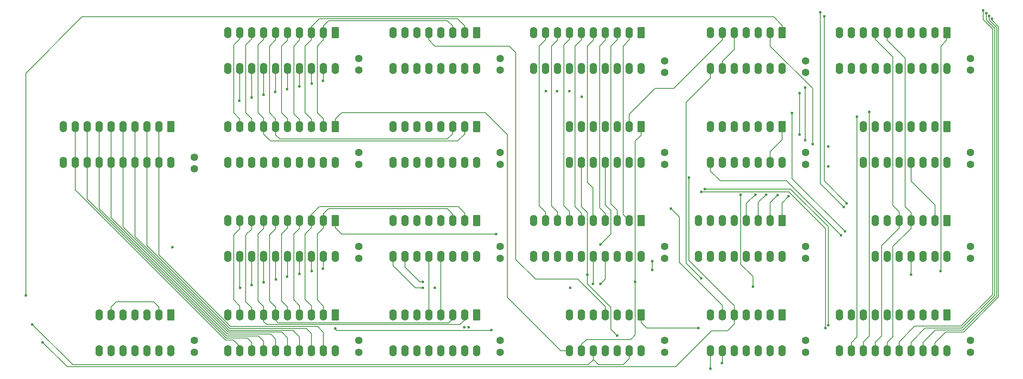
<source format=gbr>
%TF.GenerationSoftware,KiCad,Pcbnew,9.0.6*%
%TF.CreationDate,2025-12-16T20:37:17-05:00*%
%TF.ProjectId,tb8_cu,7462385f-6375-42e6-9b69-6361645f7063,1.0*%
%TF.SameCoordinates,Original*%
%TF.FileFunction,Copper,L3,Inr*%
%TF.FilePolarity,Positive*%
%FSLAX46Y46*%
G04 Gerber Fmt 4.6, Leading zero omitted, Abs format (unit mm)*
G04 Created by KiCad (PCBNEW 9.0.6) date 2025-12-16 20:37:17*
%MOMM*%
%LPD*%
G01*
G04 APERTURE LIST*
G04 Aperture macros list*
%AMRoundRect*
0 Rectangle with rounded corners*
0 $1 Rounding radius*
0 $2 $3 $4 $5 $6 $7 $8 $9 X,Y pos of 4 corners*
0 Add a 4 corners polygon primitive as box body*
4,1,4,$2,$3,$4,$5,$6,$7,$8,$9,$2,$3,0*
0 Add four circle primitives for the rounded corners*
1,1,$1+$1,$2,$3*
1,1,$1+$1,$4,$5*
1,1,$1+$1,$6,$7*
1,1,$1+$1,$8,$9*
0 Add four rect primitives between the rounded corners*
20,1,$1+$1,$2,$3,$4,$5,0*
20,1,$1+$1,$4,$5,$6,$7,0*
20,1,$1+$1,$6,$7,$8,$9,0*
20,1,$1+$1,$8,$9,$2,$3,0*%
G04 Aperture macros list end*
%TA.AperFunction,ComponentPad*%
%ADD10C,1.600000*%
%TD*%
%TA.AperFunction,ComponentPad*%
%ADD11RoundRect,0.250000X-0.550000X0.950000X-0.550000X-0.950000X0.550000X-0.950000X0.550000X0.950000X0*%
%TD*%
%TA.AperFunction,ComponentPad*%
%ADD12O,1.600000X2.400000*%
%TD*%
%TA.AperFunction,ViaPad*%
%ADD13C,0.600000*%
%TD*%
%TA.AperFunction,Conductor*%
%ADD14C,0.200000*%
%TD*%
G04 APERTURE END LIST*
D10*
%TO.N,+5V*%
%TO.C,C20*%
X104030000Y-133550000D03*
%TO.N,GND*%
X104030000Y-131050000D03*
%TD*%
%TO.N,+5V*%
%TO.C,C17*%
X169030000Y-133550000D03*
%TO.N,GND*%
X169030000Y-131050000D03*
%TD*%
%TO.N,+5V*%
%TO.C,C11*%
X134030000Y-93550000D03*
%TO.N,GND*%
X134030000Y-91050000D03*
%TD*%
%TO.N,+5V*%
%TO.C,C4*%
X234030000Y-133550000D03*
%TO.N,GND*%
X234030000Y-131050000D03*
%TD*%
%TO.N,+5V*%
%TO.C,C2*%
X199030000Y-74050000D03*
%TO.N,GND*%
X199030000Y-71550000D03*
%TD*%
D11*
%TO.N,i9*%
%TO.C,U12*%
X129030000Y-105550000D03*
D12*
%TO.N,o9*%
X126490000Y-105550000D03*
%TO.N,o8*%
X123950000Y-105550000D03*
%TO.N,Net-(U11-~{BO})*%
X121410000Y-105550000D03*
%TO.N,Net-(U11-~{CO})*%
X118870000Y-105550000D03*
%TO.N,o10*%
X116330000Y-105550000D03*
%TO.N,o11*%
X113790000Y-105550000D03*
%TO.N,GND*%
X111250000Y-105550000D03*
%TO.N,i11*%
X111250000Y-113170000D03*
%TO.N,i10*%
X113790000Y-113170000D03*
%TO.N,cpl*%
X116330000Y-113170000D03*
%TO.N,Net-(U12-~{CO})*%
X118870000Y-113170000D03*
%TO.N,Net-(U12-~{BO})*%
X121410000Y-113170000D03*
%TO.N,r*%
X123950000Y-113170000D03*
%TO.N,i8*%
X126490000Y-113170000D03*
%TO.N,+5V*%
X129030000Y-113170000D03*
%TD*%
D11*
%TO.N,tadr0*%
%TO.C,U16*%
X164030000Y-85550000D03*
D12*
%TO.N,t_wr*%
X161490000Y-85550000D03*
%TO.N,Net-(U18A-~{S})*%
X158950000Y-85550000D03*
X156410000Y-85550000D03*
X153870000Y-85550000D03*
%TO.N,Net-(U14-Load)*%
X151330000Y-85550000D03*
%TO.N,GND*%
X148790000Y-85550000D03*
%TO.N,Net-(U18B-~{S})*%
X148790000Y-93170000D03*
%TO.N,tadr1*%
X151330000Y-93170000D03*
%TO.N,t_wr*%
X153870000Y-93170000D03*
%TO.N,Net-(U15-Load)*%
X156410000Y-93170000D03*
%TO.N,Net-(U18B-~{S})*%
X158950000Y-93170000D03*
X161490000Y-93170000D03*
%TO.N,+5V*%
X164030000Y-93170000D03*
%TD*%
D11*
%TO.N,i13*%
%TO.C,U13*%
X129030000Y-125550000D03*
D12*
%TO.N,o13*%
X126490000Y-125550000D03*
%TO.N,o12*%
X123950000Y-125550000D03*
%TO.N,Net-(U12-~{BO})*%
X121410000Y-125550000D03*
%TO.N,Net-(U12-~{CO})*%
X118870000Y-125550000D03*
%TO.N,o14*%
X116330000Y-125550000D03*
%TO.N,o15*%
X113790000Y-125550000D03*
%TO.N,GND*%
X111250000Y-125550000D03*
%TO.N,i15*%
X111250000Y-133170000D03*
%TO.N,i14*%
X113790000Y-133170000D03*
%TO.N,cpl*%
X116330000Y-133170000D03*
%TO.N,unconnected-(U13-~{CO}-Pad12)*%
X118870000Y-133170000D03*
%TO.N,unconnected-(U13-~{BO}-Pad13)*%
X121410000Y-133170000D03*
%TO.N,r*%
X123950000Y-133170000D03*
%TO.N,i12*%
X126490000Y-133170000D03*
%TO.N,+5V*%
X129030000Y-133170000D03*
%TD*%
D10*
%TO.N,+5V*%
%TO.C,C12*%
X134030000Y-113550000D03*
%TO.N,GND*%
X134030000Y-111050000D03*
%TD*%
D11*
%TO.N,Net-(U17-Pad1)*%
%TO.C,U17*%
X164030000Y-125550000D03*
D12*
%TO.N,exc*%
X161490000Y-125550000D03*
%TO.N,cpl*%
X158950000Y-125550000D03*
%TO.N,ldi*%
X156410000Y-125550000D03*
%TO.N,Net-(U17-Pad1)*%
X153870000Y-125550000D03*
%TO.N,Net-(U18A-~{R})*%
X151330000Y-125550000D03*
%TO.N,GND*%
X148790000Y-125550000D03*
%TO.N,Net-(U19-OE)*%
X148790000Y-133170000D03*
%TO.N,tadr0*%
X151330000Y-133170000D03*
%TO.N,t_rd*%
X153870000Y-133170000D03*
%TO.N,Net-(U20-OE)*%
X156410000Y-133170000D03*
%TO.N,tadr1*%
X158950000Y-133170000D03*
%TO.N,t_rd*%
X161490000Y-133170000D03*
%TO.N,+5V*%
X164030000Y-133170000D03*
%TD*%
D11*
%TO.N,cmp*%
%TO.C,U2*%
X194030000Y-65550000D03*
D12*
%TO.N,stc_i*%
X191490000Y-65550000D03*
%TO.N,Net-(U2-Pad3)*%
X188950000Y-65550000D03*
%TO.N,Net-(U2-Pad4)*%
X186410000Y-65550000D03*
%TO.N,exc*%
X183870000Y-65550000D03*
%TO.N,t_wr*%
X181330000Y-65550000D03*
%TO.N,GND*%
X178790000Y-65550000D03*
%TO.N,t_rd*%
X178790000Y-73170000D03*
%TO.N,exc*%
X181330000Y-73170000D03*
%TO.N,ld_i*%
X183870000Y-73170000D03*
%TO.N,t_rdi*%
X186410000Y-73170000D03*
%TO.N,ldi_i*%
X188950000Y-73170000D03*
%TO.N,exc*%
X191490000Y-73170000D03*
%TO.N,+5V*%
X194030000Y-73170000D03*
%TD*%
D11*
%TO.N,{slash}r*%
%TO.C,U1*%
X64030000Y-125550000D03*
D12*
%TO.N,ldi*%
X61490000Y-125550000D03*
%TO.N,clk_i*%
X58950000Y-125550000D03*
%TO.N,+5V*%
X56410000Y-125550000D03*
%TO.N,exc*%
X53870000Y-125550000D03*
%TO.N,ldi*%
X51330000Y-125550000D03*
%TO.N,GND*%
X48790000Y-125550000D03*
%TO.N,unconnected-(U1B-~{Q}-Pad8)*%
X48790000Y-133170000D03*
%TO.N,unconnected-(U1B-Q-Pad9)*%
X51330000Y-133170000D03*
%TO.N,GND*%
X53870000Y-133170000D03*
X56410000Y-133170000D03*
X58950000Y-133170000D03*
X61490000Y-133170000D03*
%TO.N,+5V*%
X64030000Y-133170000D03*
%TD*%
D11*
%TO.N,exc*%
%TO.C,U22*%
X99030000Y-105550000D03*
D12*
%TO.N,o8*%
X96490000Y-105550000D03*
%TO.N,o9*%
X93950000Y-105550000D03*
%TO.N,o10*%
X91410000Y-105550000D03*
%TO.N,o11*%
X88870000Y-105550000D03*
%TO.N,o12*%
X86330000Y-105550000D03*
%TO.N,o13*%
X83790000Y-105550000D03*
%TO.N,o14*%
X81250000Y-105550000D03*
%TO.N,o15*%
X78710000Y-105550000D03*
%TO.N,GND*%
X76170000Y-105550000D03*
%TO.N,+5V*%
X76170000Y-113170000D03*
%TO.N,a15*%
X78710000Y-113170000D03*
%TO.N,a14*%
X81250000Y-113170000D03*
%TO.N,a13*%
X83790000Y-113170000D03*
%TO.N,a12*%
X86330000Y-113170000D03*
%TO.N,a11*%
X88870000Y-113170000D03*
%TO.N,a10*%
X91410000Y-113170000D03*
%TO.N,a9*%
X93950000Y-113170000D03*
%TO.N,a8*%
X96490000Y-113170000D03*
%TO.N,+5V*%
X99030000Y-113170000D03*
%TD*%
D10*
%TO.N,+5V*%
%TO.C,C13*%
X134030000Y-133550000D03*
%TO.N,GND*%
X134030000Y-131050000D03*
%TD*%
%TO.N,+5V*%
%TO.C,C22*%
X104030000Y-113550000D03*
%TO.N,GND*%
X104030000Y-111050000D03*
%TD*%
%TO.N,+5V*%
%TO.C,C3*%
X234030000Y-113550000D03*
%TO.N,GND*%
X234030000Y-111050000D03*
%TD*%
D11*
%TO.N,t_rdi*%
%TO.C,U8*%
X194030000Y-125550000D03*
D12*
X191490000Y-125550000D03*
%TO.N,Net-(U7-OE)*%
X188950000Y-125550000D03*
%TO.N,t_wr*%
X186410000Y-125550000D03*
X183870000Y-125550000D03*
%TO.N,Net-(U9-OE)*%
X181330000Y-125550000D03*
%TO.N,GND*%
X178790000Y-125550000D03*
%TO.N,r*%
X178790000Y-133170000D03*
%TO.N,{slash}r*%
X181330000Y-133170000D03*
X183870000Y-133170000D03*
%TO.N,Net-(U17-Pad1)*%
X186410000Y-133170000D03*
%TO.N,Net-(U3-Pad11)*%
X188950000Y-133170000D03*
X191490000Y-133170000D03*
%TO.N,+5V*%
X194030000Y-133170000D03*
%TD*%
D10*
%TO.N,+5V*%
%TO.C,C8*%
X199030000Y-133550000D03*
%TO.N,GND*%
X199030000Y-131050000D03*
%TD*%
%TO.N,+5V*%
%TO.C,C16*%
X169030000Y-93550000D03*
%TO.N,GND*%
X169030000Y-91050000D03*
%TD*%
D11*
%TO.N,Net-(U7-OE)*%
%TO.C,U7*%
X229030000Y-65550000D03*
D12*
%TO.N,ta0*%
X226490000Y-65550000D03*
%TO.N,ta1*%
X223950000Y-65550000D03*
%TO.N,ta2*%
X221410000Y-65550000D03*
%TO.N,ta3*%
X218870000Y-65550000D03*
%TO.N,ta4*%
X216330000Y-65550000D03*
%TO.N,ta5*%
X213790000Y-65550000D03*
%TO.N,GND*%
X211250000Y-65550000D03*
X208710000Y-65550000D03*
X206170000Y-65550000D03*
%TO.N,+5V*%
X206170000Y-73170000D03*
%TO.N,td7*%
X208710000Y-73170000D03*
%TO.N,td6*%
X211250000Y-73170000D03*
%TO.N,td5*%
X213790000Y-73170000D03*
%TO.N,td4*%
X216330000Y-73170000D03*
%TO.N,td3*%
X218870000Y-73170000D03*
%TO.N,td2*%
X221410000Y-73170000D03*
%TO.N,td1*%
X223950000Y-73170000D03*
%TO.N,td0*%
X226490000Y-73170000D03*
%TO.N,+5V*%
X229030000Y-73170000D03*
%TD*%
D11*
%TO.N,Net-(U19-OE)*%
%TO.C,U19*%
X99030000Y-85550000D03*
D12*
%TO.N,o0*%
X96490000Y-85550000D03*
%TO.N,o1*%
X93950000Y-85550000D03*
%TO.N,o2*%
X91410000Y-85550000D03*
%TO.N,o3*%
X88870000Y-85550000D03*
%TO.N,o4*%
X86330000Y-85550000D03*
%TO.N,o5*%
X83790000Y-85550000D03*
%TO.N,o6*%
X81250000Y-85550000D03*
%TO.N,o7*%
X78710000Y-85550000D03*
%TO.N,GND*%
X76170000Y-85550000D03*
%TO.N,+5V*%
X76170000Y-93170000D03*
%TO.N,td7*%
X78710000Y-93170000D03*
%TO.N,td6*%
X81250000Y-93170000D03*
%TO.N,td5*%
X83790000Y-93170000D03*
%TO.N,td4*%
X86330000Y-93170000D03*
%TO.N,td3*%
X88870000Y-93170000D03*
%TO.N,td2*%
X91410000Y-93170000D03*
%TO.N,td1*%
X93950000Y-93170000D03*
%TO.N,td0*%
X96490000Y-93170000D03*
%TO.N,+5V*%
X99030000Y-93170000D03*
%TD*%
D10*
%TO.N,+5V*%
%TO.C,C1*%
X69030000Y-133550000D03*
%TO.N,GND*%
X69030000Y-131050000D03*
%TD*%
D11*
%TO.N,GND*%
%TO.C,U15*%
X164030000Y-105550000D03*
D12*
%TO.N,td0*%
X161490000Y-105550000D03*
%TO.N,td1*%
X158950000Y-105550000D03*
%TO.N,td2*%
X156410000Y-105550000D03*
%TO.N,td3*%
X153870000Y-105550000D03*
%TO.N,td4*%
X151330000Y-105550000D03*
%TO.N,td5*%
X148790000Y-105550000D03*
%TO.N,td6*%
X146250000Y-105550000D03*
%TO.N,td7*%
X143710000Y-105550000D03*
%TO.N,GND*%
X141170000Y-105550000D03*
%TO.N,Net-(U15-Load)*%
X141170000Y-113170000D03*
%TO.N,i15*%
X143710000Y-113170000D03*
%TO.N,i14*%
X146250000Y-113170000D03*
%TO.N,i13*%
X148790000Y-113170000D03*
%TO.N,i12*%
X151330000Y-113170000D03*
%TO.N,i11*%
X153870000Y-113170000D03*
%TO.N,i10*%
X156410000Y-113170000D03*
%TO.N,i9*%
X158950000Y-113170000D03*
%TO.N,i8*%
X161490000Y-113170000D03*
%TO.N,+5V*%
X164030000Y-113170000D03*
%TD*%
D10*
%TO.N,+5V*%
%TO.C,C19*%
X104030000Y-93550000D03*
%TO.N,GND*%
X104030000Y-91050000D03*
%TD*%
%TO.N,+5V*%
%TO.C,C7*%
X234030000Y-73550000D03*
%TO.N,GND*%
X234030000Y-71050000D03*
%TD*%
D11*
%TO.N,Net-(U2-Pad3)*%
%TO.C,U3*%
X229030000Y-105550000D03*
D12*
%TO.N,st_i*%
X226490000Y-105550000D03*
%TO.N,Net-(U2-Pad4)*%
X223950000Y-105550000D03*
%TO.N,ta4*%
X221410000Y-105550000D03*
%TO.N,ta5*%
X218870000Y-105550000D03*
%TO.N,Net-(U6-~{E2})*%
X216330000Y-105550000D03*
%TO.N,GND*%
X213790000Y-105550000D03*
%TO.N,Net-(U9-Load)*%
X213790000Y-113170000D03*
%TO.N,t_rd*%
X216330000Y-113170000D03*
%TO.N,t_rdi*%
X218870000Y-113170000D03*
%TO.N,Net-(U3-Pad11)*%
X221410000Y-113170000D03*
%TO.N,Net-(U18B-~{Q})*%
X223950000Y-113170000D03*
%TO.N,Net-(U18A-~{Q})*%
X226490000Y-113170000D03*
%TO.N,+5V*%
X229030000Y-113170000D03*
%TD*%
D11*
%TO.N,GND*%
%TO.C,U14*%
X164030000Y-65550000D03*
D12*
%TO.N,td0*%
X161490000Y-65550000D03*
%TO.N,td1*%
X158950000Y-65550000D03*
%TO.N,td2*%
X156410000Y-65550000D03*
%TO.N,td3*%
X153870000Y-65550000D03*
%TO.N,td4*%
X151330000Y-65550000D03*
%TO.N,td5*%
X148790000Y-65550000D03*
%TO.N,td6*%
X146250000Y-65550000D03*
%TO.N,td7*%
X143710000Y-65550000D03*
%TO.N,GND*%
X141170000Y-65550000D03*
%TO.N,Net-(U14-Load)*%
X141170000Y-73170000D03*
%TO.N,i7*%
X143710000Y-73170000D03*
%TO.N,i6*%
X146250000Y-73170000D03*
%TO.N,i5*%
X148790000Y-73170000D03*
%TO.N,i4*%
X151330000Y-73170000D03*
%TO.N,i3*%
X153870000Y-73170000D03*
%TO.N,i2*%
X156410000Y-73170000D03*
%TO.N,i1*%
X158950000Y-73170000D03*
%TO.N,i0*%
X161490000Y-73170000D03*
%TO.N,+5V*%
X164030000Y-73170000D03*
%TD*%
D10*
%TO.N,+5V*%
%TO.C,C21*%
X104030000Y-73550000D03*
%TO.N,GND*%
X104030000Y-71050000D03*
%TD*%
D11*
%TO.N,i1*%
%TO.C,U10*%
X129030000Y-65550000D03*
D12*
%TO.N,o1*%
X126490000Y-65550000D03*
%TO.N,o0*%
X123950000Y-65550000D03*
%TO.N,+5V*%
X121410000Y-65550000D03*
%TO.N,ldi*%
X118870000Y-65550000D03*
%TO.N,o2*%
X116330000Y-65550000D03*
%TO.N,o3*%
X113790000Y-65550000D03*
%TO.N,GND*%
X111250000Y-65550000D03*
%TO.N,i3*%
X111250000Y-73170000D03*
%TO.N,i2*%
X113790000Y-73170000D03*
%TO.N,cpl*%
X116330000Y-73170000D03*
%TO.N,Net-(U10-~{CO})*%
X118870000Y-73170000D03*
%TO.N,Net-(U10-~{BO})*%
X121410000Y-73170000D03*
%TO.N,r*%
X123950000Y-73170000D03*
%TO.N,i0*%
X126490000Y-73170000D03*
%TO.N,+5V*%
X129030000Y-73170000D03*
%TD*%
D10*
%TO.N,+5V*%
%TO.C,C6*%
X199030000Y-113550000D03*
%TO.N,GND*%
X199030000Y-111050000D03*
%TD*%
D11*
%TO.N,Net-(U9-OE)*%
%TO.C,U9*%
X64030000Y-85550000D03*
D12*
%TO.N,td0*%
X61490000Y-85550000D03*
%TO.N,td1*%
X58950000Y-85550000D03*
%TO.N,td2*%
X56410000Y-85550000D03*
%TO.N,td3*%
X53870000Y-85550000D03*
%TO.N,td4*%
X51330000Y-85550000D03*
%TO.N,td5*%
X48790000Y-85550000D03*
%TO.N,td6*%
X46250000Y-85550000D03*
%TO.N,td7*%
X43710000Y-85550000D03*
%TO.N,GND*%
X41170000Y-85550000D03*
%TO.N,Net-(U9-Load)*%
X41170000Y-93170000D03*
%TO.N,td7*%
X43710000Y-93170000D03*
%TO.N,td6*%
X46250000Y-93170000D03*
%TO.N,td5*%
X48790000Y-93170000D03*
%TO.N,td4*%
X51330000Y-93170000D03*
%TO.N,td3*%
X53870000Y-93170000D03*
%TO.N,td2*%
X56410000Y-93170000D03*
%TO.N,td1*%
X58950000Y-93170000D03*
%TO.N,td0*%
X61490000Y-93170000D03*
%TO.N,+5V*%
X64030000Y-93170000D03*
%TD*%
D10*
%TO.N,+5V*%
%TO.C,C15*%
X169030000Y-113550000D03*
%TO.N,GND*%
X169030000Y-111050000D03*
%TD*%
%TO.N,+5V*%
%TO.C,C14*%
X169030000Y-74050000D03*
%TO.N,GND*%
X169030000Y-71550000D03*
%TD*%
D11*
%TO.N,Net-(U4-Q6)*%
%TO.C,U5*%
X229030000Y-85550000D03*
D12*
%TO.N,Net-(U4-Q7)*%
X226490000Y-85550000D03*
%TO.N,GND*%
X223950000Y-85550000D03*
X221410000Y-85550000D03*
X218870000Y-85550000D03*
%TO.N,+5V*%
X216330000Y-85550000D03*
%TO.N,unconnected-(U5-Y7-Pad7)*%
X213790000Y-85550000D03*
%TO.N,GND*%
X211250000Y-85550000D03*
%TO.N,unconnected-(U5-Y6-Pad9)*%
X211250000Y-93170000D03*
%TO.N,unconnected-(U5-Y5-Pad10)*%
X213790000Y-93170000D03*
%TO.N,unconnected-(U5-Y4-Pad11)*%
X216330000Y-93170000D03*
%TO.N,stc_i*%
X218870000Y-93170000D03*
%TO.N,st_i*%
X221410000Y-93170000D03*
%TO.N,ldi_i*%
X223950000Y-93170000D03*
%TO.N,ld_i*%
X226490000Y-93170000D03*
%TO.N,+5V*%
X229030000Y-93170000D03*
%TD*%
D11*
%TO.N,exc*%
%TO.C,U21*%
X99030000Y-65550000D03*
D12*
%TO.N,o0*%
X96490000Y-65550000D03*
%TO.N,o1*%
X93950000Y-65550000D03*
%TO.N,o2*%
X91410000Y-65550000D03*
%TO.N,o3*%
X88870000Y-65550000D03*
%TO.N,o4*%
X86330000Y-65550000D03*
%TO.N,o5*%
X83790000Y-65550000D03*
%TO.N,o6*%
X81250000Y-65550000D03*
%TO.N,o7*%
X78710000Y-65550000D03*
%TO.N,GND*%
X76170000Y-65550000D03*
%TO.N,+5V*%
X76170000Y-73170000D03*
%TO.N,a7*%
X78710000Y-73170000D03*
%TO.N,a6*%
X81250000Y-73170000D03*
%TO.N,a5*%
X83790000Y-73170000D03*
%TO.N,a4*%
X86330000Y-73170000D03*
%TO.N,a3*%
X88870000Y-73170000D03*
%TO.N,a2*%
X91410000Y-73170000D03*
%TO.N,a1*%
X93950000Y-73170000D03*
%TO.N,a0*%
X96490000Y-73170000D03*
%TO.N,+5V*%
X99030000Y-73170000D03*
%TD*%
D10*
%TO.N,+5V*%
%TO.C,C18*%
X199030000Y-93550000D03*
%TO.N,GND*%
X199030000Y-91050000D03*
%TD*%
D11*
%TO.N,i5*%
%TO.C,U11*%
X129030000Y-85550000D03*
D12*
%TO.N,o5*%
X126490000Y-85550000D03*
%TO.N,o4*%
X123950000Y-85550000D03*
%TO.N,Net-(U10-~{BO})*%
X121410000Y-85550000D03*
%TO.N,Net-(U10-~{CO})*%
X118870000Y-85550000D03*
%TO.N,o6*%
X116330000Y-85550000D03*
%TO.N,o7*%
X113790000Y-85550000D03*
%TO.N,GND*%
X111250000Y-85550000D03*
%TO.N,i7*%
X111250000Y-93170000D03*
%TO.N,i6*%
X113790000Y-93170000D03*
%TO.N,cpl*%
X116330000Y-93170000D03*
%TO.N,Net-(U11-~{CO})*%
X118870000Y-93170000D03*
%TO.N,Net-(U11-~{BO})*%
X121410000Y-93170000D03*
%TO.N,r*%
X123950000Y-93170000D03*
%TO.N,i4*%
X126490000Y-93170000D03*
%TO.N,+5V*%
X129030000Y-93170000D03*
%TD*%
D11*
%TO.N,ta0*%
%TO.C,U6*%
X194030000Y-105550000D03*
D12*
%TO.N,ta1*%
X191490000Y-105550000D03*
%TO.N,ta2*%
X188950000Y-105550000D03*
%TO.N,ta3*%
X186410000Y-105550000D03*
%TO.N,Net-(U6-~{E2})*%
X183870000Y-105550000D03*
%TO.N,+5V*%
X181330000Y-105550000D03*
%TO.N,unconnected-(U6-Y7-Pad7)*%
X178790000Y-105550000D03*
%TO.N,GND*%
X176250000Y-105550000D03*
%TO.N,unconnected-(U6-Y6-Pad9)*%
X176250000Y-113170000D03*
%TO.N,unconnected-(U6-Y5-Pad10)*%
X178790000Y-113170000D03*
%TO.N,unconnected-(U6-Y4-Pad11)*%
X181330000Y-113170000D03*
%TO.N,unconnected-(U6-Y3-Pad12)*%
X183870000Y-113170000D03*
%TO.N,unconnected-(U6-Y2-Pad13)*%
X186410000Y-113170000D03*
%TO.N,tadr1*%
X188950000Y-113170000D03*
%TO.N,tadr0*%
X191490000Y-113170000D03*
%TO.N,+5V*%
X194030000Y-113170000D03*
%TD*%
D11*
%TO.N,GND*%
%TO.C,U4*%
X229030000Y-125550000D03*
D12*
%TO.N,d0*%
X226490000Y-125550000D03*
%TO.N,d1*%
X223950000Y-125550000D03*
%TO.N,d2*%
X221410000Y-125550000D03*
%TO.N,d3*%
X218870000Y-125550000D03*
%TO.N,d4*%
X216330000Y-125550000D03*
%TO.N,d5*%
X213790000Y-125550000D03*
%TO.N,d6*%
X211250000Y-125550000D03*
%TO.N,d7*%
X208710000Y-125550000D03*
%TO.N,GND*%
X206170000Y-125550000D03*
%TO.N,ldi*%
X206170000Y-133170000D03*
%TO.N,Net-(U4-Q7)*%
X208710000Y-133170000D03*
%TO.N,Net-(U4-Q6)*%
X211250000Y-133170000D03*
%TO.N,ta5*%
X213790000Y-133170000D03*
%TO.N,ta4*%
X216330000Y-133170000D03*
%TO.N,ta3*%
X218870000Y-133170000D03*
%TO.N,ta2*%
X221410000Y-133170000D03*
%TO.N,ta1*%
X223950000Y-133170000D03*
%TO.N,ta0*%
X226490000Y-133170000D03*
%TO.N,+5V*%
X229030000Y-133170000D03*
%TD*%
D11*
%TO.N,Net-(U18A-~{R})*%
%TO.C,U18*%
X194030000Y-85550000D03*
D12*
%TO.N,GND*%
X191490000Y-85550000D03*
X188950000Y-85550000D03*
%TO.N,Net-(U18A-~{S})*%
X186410000Y-85550000D03*
%TO.N,unconnected-(U18A-Q-Pad5)*%
X183870000Y-85550000D03*
%TO.N,Net-(U18A-~{Q})*%
X181330000Y-85550000D03*
%TO.N,GND*%
X178790000Y-85550000D03*
%TO.N,Net-(U18B-~{Q})*%
X178790000Y-93170000D03*
%TO.N,unconnected-(U18B-Q-Pad9)*%
X181330000Y-93170000D03*
%TO.N,Net-(U18B-~{S})*%
X183870000Y-93170000D03*
%TO.N,GND*%
X186410000Y-93170000D03*
X188950000Y-93170000D03*
%TO.N,Net-(U18A-~{R})*%
X191490000Y-93170000D03*
%TO.N,+5V*%
X194030000Y-93170000D03*
%TD*%
D10*
%TO.N,+5V*%
%TO.C,C10*%
X134030000Y-73550000D03*
%TO.N,GND*%
X134030000Y-71050000D03*
%TD*%
%TO.N,+5V*%
%TO.C,C9*%
X69030000Y-94550000D03*
%TO.N,GND*%
X69030000Y-92050000D03*
%TD*%
D11*
%TO.N,Net-(U20-OE)*%
%TO.C,U20*%
X99030000Y-125550000D03*
D12*
%TO.N,o8*%
X96490000Y-125550000D03*
%TO.N,o9*%
X93950000Y-125550000D03*
%TO.N,o10*%
X91410000Y-125550000D03*
%TO.N,o11*%
X88870000Y-125550000D03*
%TO.N,o12*%
X86330000Y-125550000D03*
%TO.N,o13*%
X83790000Y-125550000D03*
%TO.N,o14*%
X81250000Y-125550000D03*
%TO.N,o15*%
X78710000Y-125550000D03*
%TO.N,GND*%
X76170000Y-125550000D03*
%TO.N,+5V*%
X76170000Y-133170000D03*
%TO.N,td7*%
X78710000Y-133170000D03*
%TO.N,td6*%
X81250000Y-133170000D03*
%TO.N,td5*%
X83790000Y-133170000D03*
%TO.N,td4*%
X86330000Y-133170000D03*
%TO.N,td3*%
X88870000Y-133170000D03*
%TO.N,td2*%
X91410000Y-133170000D03*
%TO.N,td1*%
X93950000Y-133170000D03*
%TO.N,td0*%
X96490000Y-133170000D03*
%TO.N,+5V*%
X99030000Y-133170000D03*
%TD*%
D10*
%TO.N,+5V*%
%TO.C,C5*%
X234030000Y-93550000D03*
%TO.N,GND*%
X234030000Y-91050000D03*
%TD*%
D13*
%TO.N,a3*%
X88800000Y-77600000D03*
%TO.N,a0*%
X96400000Y-75800000D03*
%TO.N,ta4*%
X177600000Y-98802000D03*
X203800000Y-127800000D03*
%TO.N,a12*%
X86400000Y-118050000D03*
%TO.N,a7*%
X78600000Y-80000000D03*
%TO.N,a5*%
X83800000Y-78800000D03*
%TO.N,cmp*%
X33200000Y-121400000D03*
%TO.N,a15*%
X78800000Y-119850000D03*
%TO.N,ta0*%
X238600000Y-62600000D03*
X195400000Y-100400000D03*
%TO.N,ta1*%
X238000000Y-62000000D03*
X193100000Y-100100000D03*
%TO.N,a2*%
X91400000Y-77000000D03*
%TO.N,a10*%
X91400000Y-116850000D03*
%TO.N,a6*%
X81200000Y-79400000D03*
%TO.N,a11*%
X88800000Y-117450000D03*
%TO.N,t_rd*%
X34600000Y-127600000D03*
X176830000Y-117830000D03*
%TO.N,ta3*%
X236800000Y-60800000D03*
X188300000Y-100003000D03*
%TO.N,a4*%
X86200500Y-78200500D03*
%TO.N,a13*%
X83800000Y-118650000D03*
%TO.N,ta2*%
X190600000Y-100003000D03*
X237400000Y-61400000D03*
%TO.N,a9*%
X94000000Y-116250000D03*
%TO.N,{slash}r*%
X181200000Y-135800000D03*
%TO.N,a14*%
X81200000Y-119250000D03*
%TO.N,ta5*%
X176800000Y-99400000D03*
X203200000Y-128400000D03*
%TO.N,t_wr*%
X36800000Y-131400000D03*
X174200000Y-96400000D03*
%TO.N,a8*%
X96400000Y-115800000D03*
%TO.N,exc*%
X133200000Y-108400000D03*
X166400000Y-114200000D03*
X64400000Y-111200000D03*
X166400000Y-116000000D03*
%TO.N,a1*%
X94000000Y-76400000D03*
%TO.N,t_rdi*%
X203800000Y-94000000D03*
X203800000Y-89765544D03*
%TO.N,ld_i*%
X197740000Y-78450000D03*
X197740000Y-87250000D03*
%TO.N,stc_i*%
X200540000Y-89250000D03*
%TO.N,ldi_i*%
X198940000Y-77250000D03*
X198940000Y-88450000D03*
%TO.N,Net-(U2-Pad3)*%
X202940000Y-62050000D03*
X207740000Y-101850000D03*
%TO.N,Net-(U2-Pad4)*%
X207140000Y-102650000D03*
X202140000Y-61250000D03*
%TO.N,Net-(U18B-~{Q})*%
X206540000Y-108650000D03*
%TO.N,Net-(U3-Pad11)*%
X221410000Y-117000000D03*
%TO.N,Net-(U18A-~{Q})*%
X207340000Y-107850000D03*
X196140000Y-82650000D03*
%TO.N,Net-(U4-Q7)*%
X209940000Y-83450000D03*
%TO.N,Net-(U4-Q6)*%
X212540000Y-82450000D03*
%TO.N,tadr0*%
X162800000Y-118600000D03*
%TO.N,tadr1*%
X158950000Y-130000000D03*
X152600000Y-117000000D03*
%TO.N,Net-(U7-OE)*%
X227700000Y-116300000D03*
%TO.N,Net-(U9-OE)*%
X170400000Y-103000000D03*
%TO.N,r*%
X178800000Y-137000000D03*
%TO.N,Net-(U17-Pad1)*%
X176200000Y-128400000D03*
%TO.N,cpl*%
X120200000Y-119800000D03*
X149000000Y-119800000D03*
%TO.N,i7*%
X143800000Y-78000000D03*
%TO.N,i6*%
X146200000Y-78000000D03*
%TO.N,i4*%
X151400000Y-79200000D03*
%TO.N,i5*%
X148800000Y-78000000D03*
%TO.N,i11*%
X153800000Y-119000000D03*
X117600000Y-119800000D03*
%TO.N,i10*%
X155400000Y-119000000D03*
X117600000Y-118600000D03*
%TO.N,i15*%
X126400000Y-128200000D03*
%TO.N,i14*%
X127400000Y-128200000D03*
%TO.N,Net-(U15-Load)*%
X155400000Y-110600000D03*
%TO.N,Net-(U20-OE)*%
X99030000Y-128430000D03*
X132200000Y-128800000D03*
%TO.N,Net-(U18A-~{R})*%
X187800000Y-119600000D03*
X185200000Y-100003000D03*
%TD*%
D14*
%TO.N,a3*%
X88870000Y-77530000D02*
X88800000Y-77600000D01*
X88870000Y-73170000D02*
X88870000Y-77530000D01*
%TO.N,a0*%
X96400000Y-75800000D02*
X96490000Y-75710000D01*
X96490000Y-75710000D02*
X96490000Y-73170000D01*
%TO.N,ta4*%
X221410000Y-105550000D02*
X221410000Y-107190000D01*
X216330000Y-131470000D02*
X216330000Y-133170000D01*
X217540000Y-111060000D02*
X217540000Y-130260000D01*
X220140000Y-102540000D02*
X221410000Y-103810000D01*
X221410000Y-107190000D02*
X217540000Y-111060000D01*
X203800000Y-106800000D02*
X203800000Y-127800000D01*
X220140000Y-70940000D02*
X220140000Y-102540000D01*
X177600000Y-98802000D02*
X177602000Y-98800000D01*
X217540000Y-130260000D02*
X216330000Y-131470000D01*
X216330000Y-65550000D02*
X216330000Y-67130000D01*
X177602000Y-98800000D02*
X195800000Y-98800000D01*
X216330000Y-67130000D02*
X220140000Y-70940000D01*
X221410000Y-103810000D02*
X221410000Y-105550000D01*
X195800000Y-98800000D02*
X203800000Y-106800000D01*
%TO.N,td1*%
X158950000Y-103350000D02*
X158950000Y-105550000D01*
X92852000Y-128452000D02*
X76547851Y-128452000D01*
X58950000Y-110854149D02*
X58950000Y-93170000D01*
X58950000Y-93170000D02*
X58950000Y-85550000D01*
X157600000Y-102000000D02*
X158950000Y-103350000D01*
X93950000Y-133170000D02*
X93950000Y-129550000D01*
X93950000Y-129550000D02*
X92852000Y-128452000D01*
X76547851Y-128452000D02*
X58950000Y-110854149D01*
X158950000Y-67050000D02*
X157600000Y-68400000D01*
X157600000Y-68400000D02*
X157600000Y-102000000D01*
X158950000Y-65550000D02*
X158950000Y-67050000D01*
%TO.N,td2*%
X156410000Y-67190000D02*
X155200000Y-68400000D01*
X56410000Y-85550000D02*
X56410000Y-93170000D01*
X90053000Y-128853000D02*
X76381751Y-128853000D01*
X156410000Y-104010000D02*
X156410000Y-105550000D01*
X56410000Y-108881249D02*
X56410000Y-93170000D01*
X155200000Y-102800000D02*
X156410000Y-104010000D01*
X155200000Y-68400000D02*
X155200000Y-102800000D01*
X76381751Y-128853000D02*
X56410000Y-108881249D01*
X91410000Y-130210000D02*
X90053000Y-128853000D01*
X91410000Y-133170000D02*
X91410000Y-130210000D01*
X156410000Y-65550000D02*
X156410000Y-67190000D01*
%TO.N,a12*%
X86330000Y-117980000D02*
X86330000Y-113170000D01*
X86400000Y-118050000D02*
X86330000Y-117980000D01*
%TO.N,td0*%
X95251000Y-128051000D02*
X76713951Y-128051000D01*
X76713951Y-128051000D02*
X61490000Y-112827049D01*
X61490000Y-85550000D02*
X61490000Y-93170000D01*
X61490000Y-112827049D02*
X61490000Y-93170000D01*
X160200000Y-104260000D02*
X161490000Y-105550000D01*
X96490000Y-129290000D02*
X95251000Y-128051000D01*
X161490000Y-67110000D02*
X160200000Y-68400000D01*
X160200000Y-68400000D02*
X160200000Y-104260000D01*
X96490000Y-133170000D02*
X96490000Y-129290000D01*
X161490000Y-65550000D02*
X161490000Y-67110000D01*
%TO.N,a7*%
X78600000Y-80000000D02*
X78710000Y-79890000D01*
X78710000Y-79890000D02*
X78710000Y-73170000D01*
%TO.N,td7*%
X75614251Y-130921000D02*
X43710000Y-99016749D01*
X143710000Y-67090000D02*
X142400000Y-68400000D01*
X78710000Y-132310000D02*
X77321000Y-130921000D01*
X142400000Y-68400000D02*
X142400000Y-102400000D01*
X142400000Y-102400000D02*
X143710000Y-103710000D01*
X43710000Y-93170000D02*
X43710000Y-85550000D01*
X77321000Y-130921000D02*
X75614251Y-130921000D01*
X43710000Y-99016749D02*
X43710000Y-93170000D01*
X78710000Y-133170000D02*
X78710000Y-132310000D01*
X143710000Y-65550000D02*
X143710000Y-67090000D01*
X143710000Y-103710000D02*
X143710000Y-105550000D01*
%TO.N,a5*%
X83800000Y-78800000D02*
X83790000Y-78790000D01*
X83790000Y-78790000D02*
X83790000Y-73170000D01*
%TO.N,cmp*%
X33200000Y-121400000D02*
X33200000Y-74200000D01*
X33200000Y-74200000D02*
X45200000Y-62200000D01*
X192200000Y-62200000D02*
X194030000Y-64030000D01*
X45200000Y-62200000D02*
X192200000Y-62200000D01*
X194030000Y-64030000D02*
X194030000Y-65550000D01*
%TO.N,a15*%
X78710000Y-119760000D02*
X78710000Y-113170000D01*
X78800000Y-119850000D02*
X78710000Y-119760000D01*
%TO.N,ta0*%
X194030000Y-105550000D02*
X194030000Y-101770000D01*
X238600000Y-62882843D02*
X240000000Y-64282843D01*
X240000000Y-121800000D02*
X232600000Y-129200000D01*
X240000000Y-64282843D02*
X240000000Y-121800000D01*
X194030000Y-101770000D02*
X195400000Y-100400000D01*
X232600000Y-129200000D02*
X228800000Y-129200000D01*
X228800000Y-129200000D02*
X226490000Y-131510000D01*
X226490000Y-131510000D02*
X226490000Y-133170000D01*
X238600000Y-62600000D02*
X238600000Y-62882843D01*
%TO.N,td5*%
X48790000Y-93170000D02*
X48790000Y-85550000D01*
X148790000Y-65550000D02*
X148790000Y-67010000D01*
X82656000Y-130056000D02*
X75883451Y-130056000D01*
X147600000Y-102400000D02*
X148790000Y-103590000D01*
X48790000Y-102962549D02*
X48790000Y-93170000D01*
X148790000Y-103590000D02*
X148790000Y-105550000D01*
X83790000Y-133170000D02*
X83790000Y-131190000D01*
X75883451Y-130056000D02*
X48790000Y-102962549D01*
X147600000Y-68200000D02*
X147600000Y-102400000D01*
X83790000Y-131190000D02*
X82656000Y-130056000D01*
X148790000Y-67010000D02*
X147600000Y-68200000D01*
%TO.N,td6*%
X146250000Y-65550000D02*
X146250000Y-67150000D01*
X80320000Y-130520000D02*
X75780351Y-130520000D01*
X146250000Y-67150000D02*
X145000000Y-68400000D01*
X146250000Y-103650000D02*
X146250000Y-105550000D01*
X46250000Y-100989649D02*
X46250000Y-93170000D01*
X81250000Y-133170000D02*
X81250000Y-131450000D01*
X145000000Y-102400000D02*
X146250000Y-103650000D01*
X46250000Y-85550000D02*
X46250000Y-93170000D01*
X145000000Y-68400000D02*
X145000000Y-102400000D01*
X75780351Y-130520000D02*
X46250000Y-100989649D01*
X81250000Y-131450000D02*
X80320000Y-130520000D01*
%TO.N,ldi*%
X136000000Y-68400000D02*
X120200000Y-68400000D01*
X120200000Y-68400000D02*
X118870000Y-67070000D01*
X51330000Y-123870000D02*
X51330000Y-125550000D01*
X150600000Y-118000000D02*
X141600000Y-118000000D01*
X156410000Y-125550000D02*
X156410000Y-123810000D01*
X61490000Y-125550000D02*
X61490000Y-123890000D01*
X156410000Y-123810000D02*
X150600000Y-118000000D01*
X141600000Y-118000000D02*
X137400000Y-113800000D01*
X52400000Y-122800000D02*
X51330000Y-123870000D01*
X118870000Y-67070000D02*
X118870000Y-65550000D01*
X60400000Y-122800000D02*
X52400000Y-122800000D01*
X61490000Y-123890000D02*
X60400000Y-122800000D01*
X137400000Y-69800000D02*
X136000000Y-68400000D01*
X137400000Y-113800000D02*
X137400000Y-69800000D01*
%TO.N,ta1*%
X232433900Y-128799000D02*
X239599000Y-121633900D01*
X239599000Y-121633900D02*
X239599000Y-64448943D01*
X223950000Y-131450000D02*
X226601000Y-128799000D01*
X191490000Y-105550000D02*
X191490000Y-101710000D01*
X226601000Y-128799000D02*
X232433900Y-128799000D01*
X239599000Y-64448943D02*
X237999000Y-62848943D01*
X237999000Y-62001000D02*
X238000000Y-62000000D01*
X191490000Y-101710000D02*
X193100000Y-100100000D01*
X223950000Y-133170000D02*
X223950000Y-131450000D01*
X237999000Y-62848943D02*
X237999000Y-62001000D01*
%TO.N,a2*%
X91400000Y-77000000D02*
X91410000Y-76990000D01*
X91410000Y-76990000D02*
X91410000Y-73170000D01*
%TO.N,a10*%
X91400000Y-116850000D02*
X91410000Y-116840000D01*
X91410000Y-116840000D02*
X91410000Y-113170000D01*
%TO.N,a6*%
X81250000Y-79350000D02*
X81250000Y-73170000D01*
X81200000Y-79400000D02*
X81250000Y-79350000D01*
%TO.N,a11*%
X88800000Y-117450000D02*
X88870000Y-117380000D01*
X88870000Y-117380000D02*
X88870000Y-113170000D01*
%TO.N,t_rd*%
X152800000Y-136200000D02*
X43200000Y-136200000D01*
X178790000Y-75210000D02*
X178790000Y-73170000D01*
X173600000Y-80400000D02*
X178790000Y-75210000D01*
X176830000Y-117830000D02*
X173600000Y-114600000D01*
X173600000Y-114600000D02*
X173600000Y-80400000D01*
X153870000Y-133170000D02*
X153870000Y-135070000D01*
X154999000Y-136199000D02*
X160201000Y-136199000D01*
X161490000Y-134910000D02*
X161490000Y-133170000D01*
X153870000Y-135130000D02*
X152800000Y-136200000D01*
X43200000Y-136200000D02*
X34600000Y-127600000D01*
X153870000Y-135070000D02*
X154999000Y-136199000D01*
X160201000Y-136199000D02*
X161490000Y-134910000D01*
X153870000Y-133170000D02*
X153870000Y-135130000D01*
%TO.N,ta3*%
X238797000Y-64781143D02*
X236799000Y-62783143D01*
X186410000Y-101893000D02*
X188300000Y-100003000D01*
X218870000Y-133170000D02*
X218870000Y-131330000D01*
X238797000Y-121235900D02*
X238797000Y-64781143D01*
X186410000Y-105550000D02*
X186410000Y-101893000D01*
X222203000Y-127997000D02*
X232035900Y-127997000D01*
X236799000Y-62783143D02*
X236799000Y-60801000D01*
X232035900Y-127997000D02*
X238797000Y-121235900D01*
X236799000Y-60801000D02*
X236800000Y-60800000D01*
X218870000Y-131330000D02*
X222203000Y-127997000D01*
%TO.N,a4*%
X86200500Y-78200500D02*
X86330000Y-78071000D01*
X86330000Y-78071000D02*
X86330000Y-73170000D01*
%TO.N,a13*%
X83800000Y-118650000D02*
X83790000Y-118640000D01*
X83790000Y-118640000D02*
X83790000Y-113170000D01*
%TO.N,ta2*%
X188950000Y-101653000D02*
X190600000Y-100003000D01*
X188950000Y-105550000D02*
X188950000Y-101653000D01*
X239198000Y-121402000D02*
X232202000Y-128398000D01*
X237400000Y-61400000D02*
X237399000Y-61399000D01*
X232202000Y-128398000D02*
X224402000Y-128398000D01*
X239198000Y-64615043D02*
X239198000Y-121402000D01*
X224402000Y-128398000D02*
X221410000Y-131390000D01*
X221410000Y-131390000D02*
X221410000Y-133170000D01*
X237399000Y-61399000D02*
X237399000Y-62816043D01*
X237399000Y-62816043D02*
X239198000Y-64615043D01*
%TO.N,a9*%
X93950000Y-116200000D02*
X94000000Y-116250000D01*
X93950000Y-113170000D02*
X93950000Y-116200000D01*
%TO.N,{slash}r*%
X181330000Y-135670000D02*
X181330000Y-133170000D01*
X181200000Y-135800000D02*
X181330000Y-135670000D01*
%TO.N,a14*%
X81200000Y-119250000D02*
X81250000Y-119200000D01*
X81250000Y-119200000D02*
X81250000Y-113170000D01*
%TO.N,td4*%
X150000000Y-102600000D02*
X151330000Y-103930000D01*
X150000000Y-68400000D02*
X150000000Y-102600000D01*
X76049551Y-129655000D02*
X51330000Y-104935449D01*
X86330000Y-133170000D02*
X86330000Y-130730000D01*
X85255000Y-129655000D02*
X76049551Y-129655000D01*
X151330000Y-103930000D02*
X151330000Y-105550000D01*
X51330000Y-85550000D02*
X51330000Y-93170000D01*
X86330000Y-130730000D02*
X85255000Y-129655000D01*
X151330000Y-65550000D02*
X151330000Y-67070000D01*
X51330000Y-104935449D02*
X51330000Y-93170000D01*
X151330000Y-67070000D02*
X150000000Y-68400000D01*
%TO.N,ta5*%
X217540000Y-102340000D02*
X218870000Y-103670000D01*
X218870000Y-103670000D02*
X218870000Y-105550000D01*
X176800000Y-99400000D02*
X176803000Y-99403000D01*
X215140000Y-130060000D02*
X213790000Y-131410000D01*
X218870000Y-107130000D02*
X215140000Y-110860000D01*
X213790000Y-65550000D02*
X213790000Y-66990000D01*
X218870000Y-105550000D02*
X218870000Y-107130000D01*
X195403000Y-99403000D02*
X203200000Y-107200000D01*
X217540000Y-70740000D02*
X217540000Y-102340000D01*
X213790000Y-66990000D02*
X217540000Y-70740000D01*
X215140000Y-110860000D02*
X215140000Y-130060000D01*
X176803000Y-99403000D02*
X195403000Y-99403000D01*
X213790000Y-131410000D02*
X213790000Y-133170000D01*
X203200000Y-107200000D02*
X203200000Y-128400000D01*
%TO.N,t_wr*%
X171400000Y-136600000D02*
X179000000Y-129000000D01*
X181330000Y-67070000D02*
X171000000Y-77400000D01*
X181330000Y-65550000D02*
X181330000Y-67070000D01*
X167000000Y-77400000D02*
X161490000Y-82910000D01*
X161490000Y-82910000D02*
X161490000Y-85550000D01*
X182400000Y-129000000D02*
X183870000Y-127530000D01*
X174200000Y-96400000D02*
X174200000Y-114000000D01*
X42000000Y-136600000D02*
X171400000Y-136600000D01*
X179000000Y-129000000D02*
X182400000Y-129000000D01*
X183870000Y-123670000D02*
X183870000Y-125550000D01*
X174200000Y-114000000D02*
X183870000Y-123670000D01*
X171000000Y-77400000D02*
X167000000Y-77400000D01*
X183870000Y-127530000D02*
X183870000Y-125550000D01*
X36800000Y-131400000D02*
X42000000Y-136600000D01*
%TO.N,a8*%
X96400000Y-115800000D02*
X96400000Y-115650000D01*
X96400000Y-115650000D02*
X96490000Y-115560000D01*
X96490000Y-115560000D02*
X96490000Y-113170000D01*
%TO.N,exc*%
X99030000Y-107030000D02*
X100400000Y-108400000D01*
X99030000Y-105550000D02*
X99030000Y-107030000D01*
X183870000Y-69130000D02*
X181330000Y-71670000D01*
X181330000Y-71670000D02*
X181330000Y-73170000D01*
X100400000Y-108400000D02*
X133200000Y-108400000D01*
X166400000Y-114200000D02*
X166400000Y-116000000D01*
X183870000Y-65550000D02*
X183870000Y-69130000D01*
%TO.N,a1*%
X94000000Y-76200000D02*
X93950000Y-76150000D01*
X94000000Y-76400000D02*
X94000000Y-76200000D01*
X93950000Y-76150000D02*
X93950000Y-73170000D01*
%TO.N,td3*%
X153800000Y-105480000D02*
X153870000Y-105550000D01*
X53870000Y-93170000D02*
X53870000Y-85550000D01*
X88870000Y-133170000D02*
X88870000Y-130470000D01*
X153870000Y-67130000D02*
X152600000Y-68400000D01*
X53870000Y-106908349D02*
X53870000Y-93170000D01*
X153800000Y-98600000D02*
X153800000Y-105480000D01*
X152600000Y-68400000D02*
X152600000Y-97400000D01*
X152600000Y-97400000D02*
X153800000Y-98600000D01*
X76215651Y-129254000D02*
X53870000Y-106908349D01*
X153870000Y-65550000D02*
X153870000Y-67130000D01*
X88870000Y-130470000D02*
X87654000Y-129254000D01*
X87654000Y-129254000D02*
X76215651Y-129254000D01*
%TO.N,ld_i*%
X197740000Y-87250000D02*
X197740000Y-78450000D01*
%TO.N,stc_i*%
X191490000Y-68400000D02*
X191490000Y-65550000D01*
X200540000Y-77450000D02*
X191490000Y-68400000D01*
X200540000Y-89250000D02*
X200540000Y-77450000D01*
%TO.N,ldi_i*%
X198940000Y-88450000D02*
X198940000Y-77250000D01*
%TO.N,Net-(U2-Pad3)*%
X202940000Y-97050000D02*
X207740000Y-101850000D01*
X202940000Y-62050000D02*
X202940000Y-97050000D01*
%TO.N,Net-(U2-Pad4)*%
X202140000Y-97650000D02*
X207140000Y-102650000D01*
X202140000Y-61250000D02*
X202140000Y-97650000D01*
%TO.N,Net-(U18B-~{Q})*%
X178790000Y-93170000D02*
X178790000Y-94990000D01*
X178790000Y-94990000D02*
X180850000Y-97050000D01*
X180850000Y-97050000D02*
X194940000Y-97050000D01*
X194940000Y-97050000D02*
X206540000Y-108650000D01*
%TO.N,st_i*%
X221410000Y-97120000D02*
X221410000Y-93170000D01*
X226490000Y-105550000D02*
X226490000Y-102200000D01*
X226490000Y-102200000D02*
X221410000Y-97120000D01*
%TO.N,Net-(U3-Pad11)*%
X221410000Y-117000000D02*
X221410000Y-113170000D01*
%TO.N,Net-(U18A-~{Q})*%
X207340000Y-107850000D02*
X196140000Y-96650000D01*
X196140000Y-96650000D02*
X196140000Y-82650000D01*
%TO.N,Net-(U4-Q7)*%
X208710000Y-133170000D02*
X208710000Y-131490000D01*
X209940000Y-130260000D02*
X209940000Y-83450000D01*
X208710000Y-131490000D02*
X209940000Y-130260000D01*
%TO.N,Net-(U4-Q6)*%
X212540000Y-130060000D02*
X211250000Y-131350000D01*
X212540000Y-82450000D02*
X212540000Y-130060000D01*
X211250000Y-131350000D02*
X211250000Y-133170000D01*
%TO.N,tadr0*%
X162800000Y-129850000D02*
X161850000Y-130800000D01*
X164030000Y-85550000D02*
X164030000Y-87370000D01*
X161850000Y-130800000D02*
X152400000Y-130800000D01*
X152400000Y-130800000D02*
X151330000Y-131870000D01*
X164030000Y-87370000D02*
X162800000Y-88600000D01*
X162800000Y-88600000D02*
X162800000Y-118600000D01*
X162800000Y-118600000D02*
X162800000Y-129850000D01*
X151330000Y-131870000D02*
X151330000Y-133170000D01*
%TO.N,tadr1*%
X157600000Y-124000000D02*
X152600000Y-119000000D01*
X158950000Y-130000000D02*
X157600000Y-128650000D01*
X151330000Y-102530000D02*
X151330000Y-93170000D01*
X157600000Y-128650000D02*
X157600000Y-124000000D01*
X152600000Y-119000000D02*
X152600000Y-117000000D01*
X152600000Y-117000000D02*
X152600000Y-103800000D01*
X152600000Y-103800000D02*
X151330000Y-102530000D01*
%TO.N,Net-(U7-OE)*%
X229000000Y-65580000D02*
X229030000Y-65550000D01*
X227700000Y-116300000D02*
X227800000Y-116200000D01*
X227800000Y-116200000D02*
X227800000Y-68400000D01*
X229000000Y-67200000D02*
X229000000Y-65580000D01*
X227800000Y-68400000D02*
X229000000Y-67200000D01*
%TO.N,Net-(U9-OE)*%
X172200000Y-104800000D02*
X172200000Y-114400000D01*
X181330000Y-123530000D02*
X181330000Y-125550000D01*
X170400000Y-103000000D02*
X172200000Y-104800000D01*
X172200000Y-114400000D02*
X181330000Y-123530000D01*
%TO.N,r*%
X178790000Y-136990000D02*
X178790000Y-133170000D01*
X178800000Y-137000000D02*
X178790000Y-136990000D01*
%TO.N,Net-(U17-Pad1)*%
X164030000Y-125550000D02*
X164030000Y-127230000D01*
X165200000Y-128400000D02*
X176200000Y-128400000D01*
X164030000Y-127230000D02*
X165200000Y-128400000D01*
%TO.N,o3*%
X88870000Y-83870000D02*
X88870000Y-85550000D01*
X87600000Y-82600000D02*
X88870000Y-83870000D01*
X88870000Y-65550000D02*
X88870000Y-67130000D01*
X88870000Y-67130000D02*
X87600000Y-68400000D01*
X87600000Y-68400000D02*
X87600000Y-82600000D01*
%TO.N,o1*%
X93950000Y-65550000D02*
X93950000Y-67050000D01*
X92600000Y-82600000D02*
X93950000Y-83950000D01*
X93950000Y-67050000D02*
X92600000Y-68400000D01*
X93950000Y-65550000D02*
X93950000Y-64250000D01*
X93950000Y-64250000D02*
X95600000Y-62600000D01*
X126490000Y-64090000D02*
X126490000Y-65550000D01*
X125000000Y-62600000D02*
X126490000Y-64090000D01*
X92600000Y-68400000D02*
X92600000Y-82600000D01*
X95600000Y-62600000D02*
X125000000Y-62600000D01*
X93950000Y-83950000D02*
X93950000Y-85550000D01*
%TO.N,o0*%
X96490000Y-65550000D02*
X96490000Y-64110000D01*
X95200000Y-68400000D02*
X95200000Y-82600000D01*
X96490000Y-64110000D02*
X97600000Y-63000000D01*
X96490000Y-65550000D02*
X96490000Y-67110000D01*
X122800000Y-63000000D02*
X123950000Y-64150000D01*
X96490000Y-67110000D02*
X95200000Y-68400000D01*
X97600000Y-63000000D02*
X122800000Y-63000000D01*
X123950000Y-64150000D02*
X123950000Y-65550000D01*
X95200000Y-82600000D02*
X96490000Y-83890000D01*
X96490000Y-83890000D02*
X96490000Y-85550000D01*
%TO.N,o2*%
X91410000Y-65550000D02*
X91410000Y-67190000D01*
X90200000Y-82800000D02*
X91410000Y-84010000D01*
X90200000Y-68400000D02*
X90200000Y-82800000D01*
X91410000Y-84010000D02*
X91410000Y-85550000D01*
X91410000Y-67190000D02*
X90200000Y-68400000D01*
%TO.N,o4*%
X86330000Y-67070000D02*
X85000000Y-68400000D01*
X123950000Y-87050000D02*
X122800000Y-88200000D01*
X86330000Y-65550000D02*
X86330000Y-67070000D01*
X87200000Y-88200000D02*
X86330000Y-87330000D01*
X86330000Y-87330000D02*
X86330000Y-85550000D01*
X86330000Y-83930000D02*
X86330000Y-85550000D01*
X123950000Y-85550000D02*
X123950000Y-87050000D01*
X85000000Y-82600000D02*
X86330000Y-83930000D01*
X85000000Y-68400000D02*
X85000000Y-82600000D01*
X122800000Y-88200000D02*
X87200000Y-88200000D01*
%TO.N,o5*%
X82600000Y-68200000D02*
X82600000Y-82600000D01*
X83790000Y-83790000D02*
X83790000Y-85550000D01*
X126490000Y-85550000D02*
X126490000Y-87110000D01*
X83790000Y-87190000D02*
X83790000Y-85550000D01*
X125000000Y-88600000D02*
X85200000Y-88600000D01*
X82600000Y-82600000D02*
X83790000Y-83790000D01*
X83790000Y-67010000D02*
X82600000Y-68200000D01*
X126490000Y-87110000D02*
X125000000Y-88600000D01*
X85200000Y-88600000D02*
X83790000Y-87190000D01*
X83790000Y-65550000D02*
X83790000Y-67010000D01*
%TO.N,o7*%
X77400000Y-82600000D02*
X78710000Y-83910000D01*
X77400000Y-68200000D02*
X77400000Y-82600000D01*
X78710000Y-83910000D02*
X78710000Y-85550000D01*
X78710000Y-65550000D02*
X78710000Y-66890000D01*
X78710000Y-66890000D02*
X77400000Y-68200000D01*
%TO.N,o6*%
X80000000Y-68200000D02*
X80000000Y-82600000D01*
X80000000Y-82600000D02*
X81250000Y-83850000D01*
X81250000Y-66950000D02*
X80000000Y-68200000D01*
X81250000Y-83850000D02*
X81250000Y-85550000D01*
X81250000Y-65550000D02*
X81250000Y-66950000D01*
%TO.N,Net-(U12-~{CO})*%
X118870000Y-113170000D02*
X118870000Y-125550000D01*
%TO.N,o8*%
X95200000Y-108400000D02*
X95200000Y-122400000D01*
X123950000Y-105550000D02*
X123950000Y-104150000D01*
X96490000Y-107110000D02*
X95200000Y-108400000D01*
X96490000Y-123690000D02*
X96490000Y-125550000D01*
X96490000Y-105550000D02*
X96490000Y-107110000D01*
X97600000Y-103000000D02*
X96490000Y-104110000D01*
X123950000Y-104150000D02*
X122800000Y-103000000D01*
X122800000Y-103000000D02*
X97600000Y-103000000D01*
X96490000Y-104110000D02*
X96490000Y-105550000D01*
X95200000Y-122400000D02*
X96490000Y-123690000D01*
%TO.N,Net-(U12-~{BO})*%
X121410000Y-113170000D02*
X121410000Y-125550000D01*
%TO.N,i11*%
X111250000Y-115050000D02*
X116000000Y-119800000D01*
X116000000Y-119800000D02*
X117600000Y-119800000D01*
X153870000Y-118930000D02*
X153870000Y-113170000D01*
X111250000Y-113170000D02*
X111250000Y-115050000D01*
X153800000Y-119000000D02*
X153870000Y-118930000D01*
%TO.N,o11*%
X87600000Y-122600000D02*
X88870000Y-123870000D01*
X88870000Y-107130000D02*
X87600000Y-108400000D01*
X88870000Y-105550000D02*
X88870000Y-107130000D01*
X87600000Y-108400000D02*
X87600000Y-122600000D01*
X88870000Y-123870000D02*
X88870000Y-125550000D01*
%TO.N,o10*%
X91410000Y-105550000D02*
X91410000Y-107190000D01*
X90200000Y-122400000D02*
X91400000Y-123600000D01*
X91400000Y-125540000D02*
X91410000Y-125550000D01*
X91400000Y-123600000D02*
X91400000Y-125540000D01*
X90200000Y-108400000D02*
X90200000Y-122400000D01*
X91410000Y-107190000D02*
X90200000Y-108400000D01*
%TO.N,i10*%
X156410000Y-117990000D02*
X156410000Y-113170000D01*
X113790000Y-113170000D02*
X113790000Y-115390000D01*
X113790000Y-115390000D02*
X117000000Y-118600000D01*
X117000000Y-118600000D02*
X117600000Y-118600000D01*
X155400000Y-119000000D02*
X156410000Y-117990000D01*
%TO.N,o9*%
X93950000Y-105550000D02*
X93950000Y-107050000D01*
X93950000Y-107050000D02*
X92600000Y-108400000D01*
X126490000Y-103890000D02*
X125200000Y-102600000D01*
X92600000Y-122300000D02*
X93950000Y-123650000D01*
X126490000Y-105550000D02*
X126490000Y-103890000D01*
X95600000Y-102600000D02*
X93950000Y-104250000D01*
X92600000Y-108400000D02*
X92600000Y-122300000D01*
X125200000Y-102600000D02*
X95600000Y-102600000D01*
X93950000Y-123650000D02*
X93950000Y-125550000D01*
X93950000Y-104250000D02*
X93950000Y-105550000D01*
%TO.N,o15*%
X77400000Y-122400000D02*
X78710000Y-123710000D01*
X78710000Y-105550000D02*
X78710000Y-107290000D01*
X78710000Y-107290000D02*
X77400000Y-108600000D01*
X78710000Y-123710000D02*
X78710000Y-125550000D01*
X77400000Y-108600000D02*
X77400000Y-122400000D01*
%TO.N,o13*%
X83790000Y-123790000D02*
X83790000Y-125550000D01*
X84450000Y-127650000D02*
X83790000Y-126990000D01*
X83790000Y-105550000D02*
X83790000Y-107210000D01*
X82600000Y-122600000D02*
X83790000Y-123790000D01*
X82600000Y-108400000D02*
X82600000Y-122600000D01*
X83790000Y-126990000D02*
X83790000Y-125550000D01*
X125550000Y-127650000D02*
X84450000Y-127650000D01*
X126490000Y-126710000D02*
X125550000Y-127650000D01*
X126490000Y-125550000D02*
X126490000Y-126710000D01*
X83790000Y-107210000D02*
X82600000Y-108400000D01*
%TO.N,o14*%
X81250000Y-105550000D02*
X81250000Y-107350000D01*
X80000000Y-108600000D02*
X80000000Y-122800000D01*
X80000000Y-122800000D02*
X81250000Y-124050000D01*
X81250000Y-107350000D02*
X80000000Y-108600000D01*
X81250000Y-124050000D02*
X81250000Y-125550000D01*
%TO.N,o12*%
X86330000Y-123930000D02*
X86330000Y-125550000D01*
X86849000Y-127249000D02*
X86330000Y-126730000D01*
X86330000Y-126730000D02*
X86330000Y-125550000D01*
X85000000Y-108600000D02*
X85000000Y-122600000D01*
X123950000Y-126450000D02*
X123151000Y-127249000D01*
X85000000Y-122600000D02*
X86330000Y-123930000D01*
X86330000Y-107270000D02*
X85000000Y-108600000D01*
X86330000Y-105550000D02*
X86330000Y-107270000D01*
X123151000Y-127249000D02*
X86849000Y-127249000D01*
X123950000Y-125550000D02*
X123950000Y-126450000D01*
%TO.N,Net-(U15-Load)*%
X157600000Y-103400000D02*
X156410000Y-102210000D01*
X156410000Y-102210000D02*
X156410000Y-93170000D01*
X155400000Y-110600000D02*
X157600000Y-108400000D01*
X157600000Y-108400000D02*
X157600000Y-103400000D01*
%TO.N,Net-(U20-OE)*%
X132099000Y-128901000D02*
X132200000Y-128800000D01*
X99301000Y-128901000D02*
X132099000Y-128901000D01*
X99030000Y-128630000D02*
X99301000Y-128901000D01*
X99030000Y-128430000D02*
X99030000Y-128630000D01*
%TO.N,Net-(U19-OE)*%
X135600000Y-87250000D02*
X130950000Y-82600000D01*
X99030000Y-83970000D02*
X99030000Y-85550000D01*
X130950000Y-82600000D02*
X100400000Y-82600000D01*
X135600000Y-121850000D02*
X135600000Y-87250000D01*
X146920000Y-133170000D02*
X135600000Y-121850000D01*
X148790000Y-133170000D02*
X146920000Y-133170000D01*
X100400000Y-82600000D02*
X99030000Y-83970000D01*
%TO.N,Net-(U18A-~{R})*%
X187800000Y-119600000D02*
X187800000Y-117400000D01*
X194030000Y-85550000D02*
X194030000Y-88370000D01*
X187800000Y-117400000D02*
X185200000Y-114800000D01*
X194030000Y-88370000D02*
X191490000Y-90910000D01*
X185200000Y-114800000D02*
X185200000Y-100003000D01*
X191490000Y-90910000D02*
X191490000Y-93170000D01*
%TD*%
M02*

</source>
